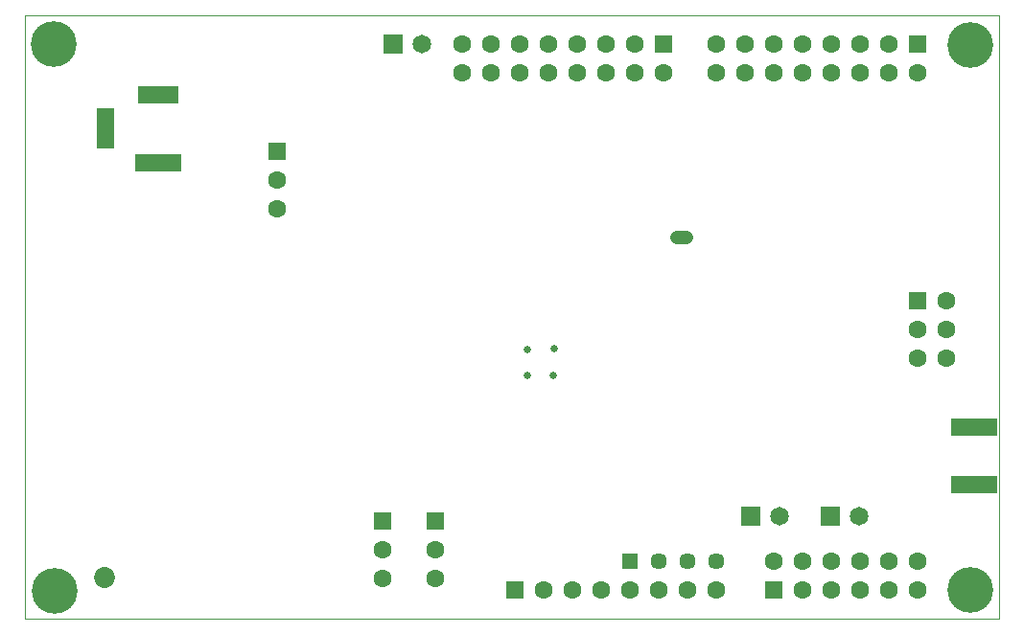
<source format=gbs>
G04 Layer_Color=8150272*
%FSLAX43Y43*%
%MOMM*%
G71*
G01*
G75*
%ADD64C,0.100*%
%ADD110R,4.115X1.575*%
%ADD119C,0.651*%
%ADD134C,1.851*%
%ADD135C,1.601*%
%ADD136R,1.601X1.601*%
%ADD137R,1.601X1.601*%
%ADD138C,1.651*%
%ADD139R,1.651X1.651*%
%ADD140O,2.051X1.251*%
%ADD141R,1.551X3.551*%
%ADD142R,3.551X1.551*%
%ADD143R,4.051X1.551*%
%ADD144C,1.451*%
%ADD145R,1.451X1.451*%
%ADD146C,4.051*%
D64*
X41810Y154913D02*
X127810D01*
Y101613D02*
Y154913D01*
X41810Y101613D02*
Y154913D01*
Y101613D02*
X127810D01*
D110*
X125610Y118553D02*
D03*
Y113473D02*
D03*
D119*
X88485Y123071D02*
D03*
X86135Y123096D02*
D03*
X86183Y125408D02*
D03*
X88535Y125421D02*
D03*
D134*
X48810Y105213D02*
D03*
D135*
X78010Y105133D02*
D03*
Y107673D02*
D03*
X73410Y105133D02*
D03*
Y107673D02*
D03*
X64110Y137833D02*
D03*
Y140373D02*
D03*
X123150Y127173D02*
D03*
Y124633D02*
D03*
Y129713D02*
D03*
X120610Y124633D02*
D03*
Y127173D02*
D03*
X102830Y149873D02*
D03*
X105370D02*
D03*
X107910D02*
D03*
X110450D02*
D03*
X112990D02*
D03*
X115530D02*
D03*
X118070D02*
D03*
X102830Y152413D02*
D03*
X105370D02*
D03*
X107910D02*
D03*
X110450D02*
D03*
X112990D02*
D03*
X115530D02*
D03*
X118070D02*
D03*
X120610Y149873D02*
D03*
X80430D02*
D03*
X82970D02*
D03*
X85510D02*
D03*
X88050D02*
D03*
X90590D02*
D03*
X93130D02*
D03*
X95670D02*
D03*
X80430Y152413D02*
D03*
X82970D02*
D03*
X85510D02*
D03*
X88050D02*
D03*
X90590D02*
D03*
X93130D02*
D03*
X95670D02*
D03*
X98210Y149873D02*
D03*
X87590Y104153D02*
D03*
X90130D02*
D03*
X92670D02*
D03*
X95210D02*
D03*
X97750D02*
D03*
X100290D02*
D03*
X102830D02*
D03*
X120610Y106693D02*
D03*
X118070D02*
D03*
X115530D02*
D03*
X112990D02*
D03*
X110450D02*
D03*
X107910D02*
D03*
X120610Y104153D02*
D03*
X118070D02*
D03*
X115530D02*
D03*
X112990D02*
D03*
X110450D02*
D03*
D136*
X78010Y110213D02*
D03*
X73410D02*
D03*
X64110Y142913D02*
D03*
X120610Y129713D02*
D03*
D137*
Y152413D02*
D03*
X98210D02*
D03*
X85050Y104153D02*
D03*
X107910D02*
D03*
D138*
X76862Y152413D02*
D03*
X115450Y110613D02*
D03*
X108450D02*
D03*
D139*
X74322Y152413D02*
D03*
X112910Y110613D02*
D03*
X105910D02*
D03*
D140*
X99810Y135296D02*
D03*
D141*
X48910Y144913D02*
D03*
D142*
X53610Y147913D02*
D03*
D143*
Y141913D02*
D03*
D144*
X102830Y106693D02*
D03*
X97750D02*
D03*
X100290D02*
D03*
D145*
X95210D02*
D03*
D146*
X125310Y104113D02*
D03*
X44310Y152413D02*
D03*
X125310Y152313D02*
D03*
X44410Y104013D02*
D03*
M02*

</source>
